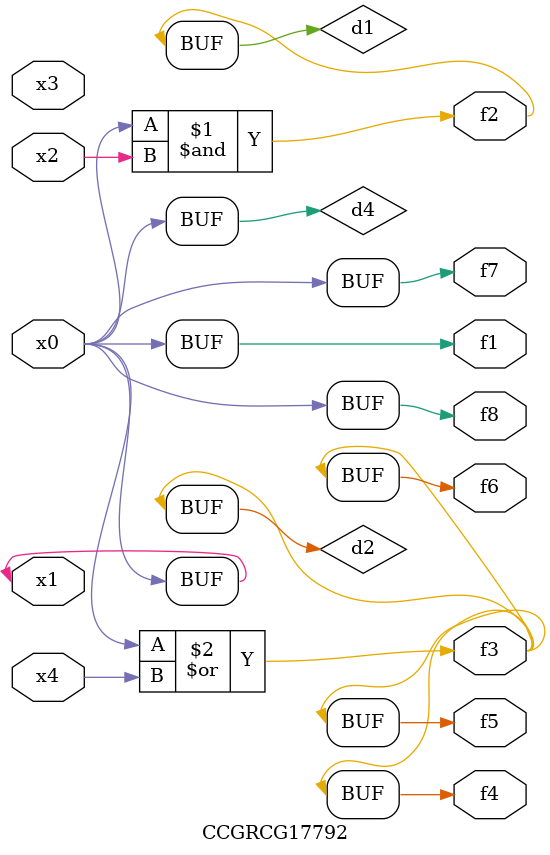
<source format=v>
module CCGRCG17792(
	input x0, x1, x2, x3, x4,
	output f1, f2, f3, f4, f5, f6, f7, f8
);

	wire d1, d2, d3, d4;

	and (d1, x0, x2);
	or (d2, x0, x4);
	nand (d3, x0, x2);
	buf (d4, x0, x1);
	assign f1 = d4;
	assign f2 = d1;
	assign f3 = d2;
	assign f4 = d2;
	assign f5 = d2;
	assign f6 = d2;
	assign f7 = d4;
	assign f8 = d4;
endmodule

</source>
